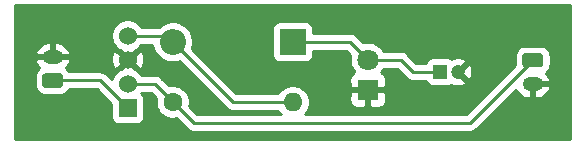
<source format=gbr>
G04 #@! TF.GenerationSoftware,KiCad,Pcbnew,(5.1.5)-3*
G04 #@! TF.CreationDate,2020-06-09T23:44:10+01:00*
G04 #@! TF.ProjectId,gardenlight,67617264-656e-46c6-9967-68742e6b6963,1.0.1*
G04 #@! TF.SameCoordinates,Original*
G04 #@! TF.FileFunction,Copper,L1,Top*
G04 #@! TF.FilePolarity,Positive*
%FSLAX46Y46*%
G04 Gerber Fmt 4.6, Leading zero omitted, Abs format (unit mm)*
G04 Created by KiCad (PCBNEW (5.1.5)-3) date 2020-06-09 23:44:10*
%MOMM*%
%LPD*%
G04 APERTURE LIST*
%ADD10O,1.750000X1.200000*%
%ADD11C,0.150000*%
%ADD12R,1.200000X1.200000*%
%ADD13C,1.200000*%
%ADD14R,2.200000X2.200000*%
%ADD15O,2.200000X2.200000*%
%ADD16R,1.800000X1.800000*%
%ADD17C,1.800000*%
%ADD18C,1.600000*%
%ADD19O,1.600000X1.600000*%
%ADD20R,1.524000X1.524000*%
%ADD21C,1.524000*%
%ADD22C,0.254000*%
G04 APERTURE END LIST*
D10*
X140970000Y-87376000D03*
G04 #@! TA.AperFunction,ComponentPad*
D11*
G36*
X141619505Y-84777204D02*
G01*
X141643773Y-84780804D01*
X141667572Y-84786765D01*
X141690671Y-84795030D01*
X141712850Y-84805520D01*
X141733893Y-84818132D01*
X141753599Y-84832747D01*
X141771777Y-84849223D01*
X141788253Y-84867401D01*
X141802868Y-84887107D01*
X141815480Y-84908150D01*
X141825970Y-84930329D01*
X141834235Y-84953428D01*
X141840196Y-84977227D01*
X141843796Y-85001495D01*
X141845000Y-85025999D01*
X141845000Y-85726001D01*
X141843796Y-85750505D01*
X141840196Y-85774773D01*
X141834235Y-85798572D01*
X141825970Y-85821671D01*
X141815480Y-85843850D01*
X141802868Y-85864893D01*
X141788253Y-85884599D01*
X141771777Y-85902777D01*
X141753599Y-85919253D01*
X141733893Y-85933868D01*
X141712850Y-85946480D01*
X141690671Y-85956970D01*
X141667572Y-85965235D01*
X141643773Y-85971196D01*
X141619505Y-85974796D01*
X141595001Y-85976000D01*
X140344999Y-85976000D01*
X140320495Y-85974796D01*
X140296227Y-85971196D01*
X140272428Y-85965235D01*
X140249329Y-85956970D01*
X140227150Y-85946480D01*
X140206107Y-85933868D01*
X140186401Y-85919253D01*
X140168223Y-85902777D01*
X140151747Y-85884599D01*
X140137132Y-85864893D01*
X140124520Y-85843850D01*
X140114030Y-85821671D01*
X140105765Y-85798572D01*
X140099804Y-85774773D01*
X140096204Y-85750505D01*
X140095000Y-85726001D01*
X140095000Y-85025999D01*
X140096204Y-85001495D01*
X140099804Y-84977227D01*
X140105765Y-84953428D01*
X140114030Y-84930329D01*
X140124520Y-84908150D01*
X140137132Y-84887107D01*
X140151747Y-84867401D01*
X140168223Y-84849223D01*
X140186401Y-84832747D01*
X140206107Y-84818132D01*
X140227150Y-84805520D01*
X140249329Y-84795030D01*
X140272428Y-84786765D01*
X140296227Y-84780804D01*
X140320495Y-84777204D01*
X140344999Y-84776000D01*
X141595001Y-84776000D01*
X141619505Y-84777204D01*
G37*
G04 #@! TD.AperFunction*
D12*
X133120000Y-86360000D03*
D13*
X134620000Y-86360000D03*
D14*
X120650000Y-83820000D03*
D15*
X110490000Y-83820000D03*
D16*
X127000000Y-87884000D03*
D17*
X127000000Y-85344000D03*
D18*
X110490000Y-88900000D03*
D19*
X120650000Y-88900000D03*
G04 #@! TA.AperFunction,ComponentPad*
D11*
G36*
X100979505Y-86491204D02*
G01*
X101003773Y-86494804D01*
X101027572Y-86500765D01*
X101050671Y-86509030D01*
X101072850Y-86519520D01*
X101093893Y-86532132D01*
X101113599Y-86546747D01*
X101131777Y-86563223D01*
X101148253Y-86581401D01*
X101162868Y-86601107D01*
X101175480Y-86622150D01*
X101185970Y-86644329D01*
X101194235Y-86667428D01*
X101200196Y-86691227D01*
X101203796Y-86715495D01*
X101205000Y-86739999D01*
X101205000Y-87440001D01*
X101203796Y-87464505D01*
X101200196Y-87488773D01*
X101194235Y-87512572D01*
X101185970Y-87535671D01*
X101175480Y-87557850D01*
X101162868Y-87578893D01*
X101148253Y-87598599D01*
X101131777Y-87616777D01*
X101113599Y-87633253D01*
X101093893Y-87647868D01*
X101072850Y-87660480D01*
X101050671Y-87670970D01*
X101027572Y-87679235D01*
X101003773Y-87685196D01*
X100979505Y-87688796D01*
X100955001Y-87690000D01*
X99704999Y-87690000D01*
X99680495Y-87688796D01*
X99656227Y-87685196D01*
X99632428Y-87679235D01*
X99609329Y-87670970D01*
X99587150Y-87660480D01*
X99566107Y-87647868D01*
X99546401Y-87633253D01*
X99528223Y-87616777D01*
X99511747Y-87598599D01*
X99497132Y-87578893D01*
X99484520Y-87557850D01*
X99474030Y-87535671D01*
X99465765Y-87512572D01*
X99459804Y-87488773D01*
X99456204Y-87464505D01*
X99455000Y-87440001D01*
X99455000Y-86739999D01*
X99456204Y-86715495D01*
X99459804Y-86691227D01*
X99465765Y-86667428D01*
X99474030Y-86644329D01*
X99484520Y-86622150D01*
X99497132Y-86601107D01*
X99511747Y-86581401D01*
X99528223Y-86563223D01*
X99546401Y-86546747D01*
X99566107Y-86532132D01*
X99587150Y-86519520D01*
X99609329Y-86509030D01*
X99632428Y-86500765D01*
X99656227Y-86494804D01*
X99680495Y-86491204D01*
X99704999Y-86490000D01*
X100955001Y-86490000D01*
X100979505Y-86491204D01*
G37*
G04 #@! TD.AperFunction*
D10*
X100330000Y-85090000D03*
D20*
X106680000Y-89408000D03*
D21*
X106680000Y-87376000D03*
X106680000Y-85344000D03*
X106680000Y-83312000D03*
D22*
X108966000Y-87376000D02*
X110490000Y-88900000D01*
X106680000Y-87376000D02*
X108966000Y-87376000D01*
X111289999Y-89699999D02*
X110490000Y-88900000D01*
X110490000Y-88900000D02*
X112268000Y-90678000D01*
X135668000Y-90678000D02*
X140970000Y-85376000D01*
X112268000Y-90678000D02*
X135668000Y-90678000D01*
X125476000Y-83820000D02*
X127000000Y-85344000D01*
X120650000Y-83820000D02*
X125476000Y-83820000D01*
X127000000Y-85344000D02*
X129794000Y-85344000D01*
X130810000Y-86360000D02*
X133120000Y-86360000D01*
X129794000Y-85344000D02*
X130810000Y-86360000D01*
X109982000Y-83312000D02*
X110490000Y-83820000D01*
X106680000Y-83312000D02*
X109982000Y-83312000D01*
X115570000Y-88900000D02*
X110490000Y-83820000D01*
X120650000Y-88900000D02*
X115570000Y-88900000D01*
X104362000Y-87090000D02*
X106680000Y-89408000D01*
X100330000Y-87090000D02*
X104362000Y-87090000D01*
G36*
X144120001Y-92050000D02*
G01*
X97180000Y-92050000D01*
X97180000Y-86739999D01*
X98816928Y-86739999D01*
X98816928Y-87440001D01*
X98833992Y-87613255D01*
X98884528Y-87779851D01*
X98966595Y-87933387D01*
X99077038Y-88067962D01*
X99211613Y-88178405D01*
X99365149Y-88260472D01*
X99531745Y-88311008D01*
X99704999Y-88328072D01*
X100955001Y-88328072D01*
X101128255Y-88311008D01*
X101294851Y-88260472D01*
X101448387Y-88178405D01*
X101582962Y-88067962D01*
X101693405Y-87933387D01*
X101736907Y-87852000D01*
X104046370Y-87852000D01*
X105279928Y-89085559D01*
X105279928Y-90170000D01*
X105292188Y-90294482D01*
X105328498Y-90414180D01*
X105387463Y-90524494D01*
X105466815Y-90621185D01*
X105563506Y-90700537D01*
X105673820Y-90759502D01*
X105793518Y-90795812D01*
X105918000Y-90808072D01*
X107442000Y-90808072D01*
X107566482Y-90795812D01*
X107686180Y-90759502D01*
X107796494Y-90700537D01*
X107893185Y-90621185D01*
X107972537Y-90524494D01*
X108031502Y-90414180D01*
X108067812Y-90294482D01*
X108080072Y-90170000D01*
X108080072Y-88646000D01*
X108067812Y-88521518D01*
X108031502Y-88401820D01*
X107972537Y-88291506D01*
X107893185Y-88194815D01*
X107841425Y-88152337D01*
X107851005Y-88138000D01*
X108650370Y-88138000D01*
X109090843Y-88578473D01*
X109055000Y-88758665D01*
X109055000Y-89041335D01*
X109110147Y-89318574D01*
X109218320Y-89579727D01*
X109375363Y-89814759D01*
X109575241Y-90014637D01*
X109810273Y-90171680D01*
X110071426Y-90279853D01*
X110348665Y-90335000D01*
X110631335Y-90335000D01*
X110811527Y-90299157D01*
X111702716Y-91190346D01*
X111726578Y-91219422D01*
X111800219Y-91279857D01*
X111842607Y-91314645D01*
X111913364Y-91352465D01*
X111974985Y-91385402D01*
X112118622Y-91428974D01*
X112230574Y-91440000D01*
X112230577Y-91440000D01*
X112268000Y-91443686D01*
X112305423Y-91440000D01*
X135630577Y-91440000D01*
X135668000Y-91443686D01*
X135705423Y-91440000D01*
X135705426Y-91440000D01*
X135817378Y-91428974D01*
X135961015Y-91385402D01*
X136093392Y-91314645D01*
X136209422Y-91219422D01*
X136233284Y-91190346D01*
X139559691Y-87863940D01*
X139597579Y-87956533D01*
X139731922Y-88159474D01*
X139903275Y-88332307D01*
X140105054Y-88468390D01*
X140329504Y-88562493D01*
X140568000Y-88611000D01*
X140843000Y-88611000D01*
X140843000Y-87503000D01*
X141097000Y-87503000D01*
X141097000Y-88611000D01*
X141372000Y-88611000D01*
X141610496Y-88562493D01*
X141834946Y-88468390D01*
X142036725Y-88332307D01*
X142208078Y-88159474D01*
X142342421Y-87956533D01*
X142434591Y-87731282D01*
X142438462Y-87693609D01*
X142313731Y-87503000D01*
X141097000Y-87503000D01*
X140843000Y-87503000D01*
X140823000Y-87503000D01*
X140823000Y-87249000D01*
X140843000Y-87249000D01*
X140843000Y-87229000D01*
X141097000Y-87229000D01*
X141097000Y-87249000D01*
X142313731Y-87249000D01*
X142438462Y-87058391D01*
X142434591Y-87020718D01*
X142342421Y-86795467D01*
X142208078Y-86592526D01*
X142083594Y-86466967D01*
X142088387Y-86464405D01*
X142222962Y-86353962D01*
X142333405Y-86219387D01*
X142415472Y-86065851D01*
X142466008Y-85899255D01*
X142483072Y-85726001D01*
X142483072Y-85025999D01*
X142466008Y-84852745D01*
X142415472Y-84686149D01*
X142333405Y-84532613D01*
X142222962Y-84398038D01*
X142088387Y-84287595D01*
X141934851Y-84205528D01*
X141768255Y-84154992D01*
X141595001Y-84137928D01*
X140344999Y-84137928D01*
X140171745Y-84154992D01*
X140005149Y-84205528D01*
X139851613Y-84287595D01*
X139717038Y-84398038D01*
X139606595Y-84532613D01*
X139524528Y-84686149D01*
X139473992Y-84852745D01*
X139456928Y-85025999D01*
X139456928Y-85726001D01*
X139464589Y-85803781D01*
X135352370Y-89916000D01*
X121663396Y-89916000D01*
X121764637Y-89814759D01*
X121921680Y-89579727D01*
X122029853Y-89318574D01*
X122085000Y-89041335D01*
X122085000Y-88784000D01*
X125461928Y-88784000D01*
X125474188Y-88908482D01*
X125510498Y-89028180D01*
X125569463Y-89138494D01*
X125648815Y-89235185D01*
X125745506Y-89314537D01*
X125855820Y-89373502D01*
X125975518Y-89409812D01*
X126100000Y-89422072D01*
X126714250Y-89419000D01*
X126873000Y-89260250D01*
X126873000Y-88011000D01*
X127127000Y-88011000D01*
X127127000Y-89260250D01*
X127285750Y-89419000D01*
X127900000Y-89422072D01*
X128024482Y-89409812D01*
X128144180Y-89373502D01*
X128254494Y-89314537D01*
X128351185Y-89235185D01*
X128430537Y-89138494D01*
X128489502Y-89028180D01*
X128525812Y-88908482D01*
X128538072Y-88784000D01*
X128535000Y-88169750D01*
X128376250Y-88011000D01*
X127127000Y-88011000D01*
X126873000Y-88011000D01*
X125623750Y-88011000D01*
X125465000Y-88169750D01*
X125461928Y-88784000D01*
X122085000Y-88784000D01*
X122085000Y-88758665D01*
X122029853Y-88481426D01*
X121921680Y-88220273D01*
X121764637Y-87985241D01*
X121564759Y-87785363D01*
X121329727Y-87628320D01*
X121068574Y-87520147D01*
X120791335Y-87465000D01*
X120508665Y-87465000D01*
X120231426Y-87520147D01*
X119970273Y-87628320D01*
X119735241Y-87785363D01*
X119535363Y-87985241D01*
X119433293Y-88138000D01*
X115885631Y-88138000D01*
X112133542Y-84385912D01*
X112158325Y-84326081D01*
X112225000Y-83990883D01*
X112225000Y-83649117D01*
X112158325Y-83313919D01*
X112027537Y-82998169D01*
X111841671Y-82720000D01*
X118911928Y-82720000D01*
X118911928Y-84920000D01*
X118924188Y-85044482D01*
X118960498Y-85164180D01*
X119019463Y-85274494D01*
X119098815Y-85371185D01*
X119195506Y-85450537D01*
X119305820Y-85509502D01*
X119425518Y-85545812D01*
X119550000Y-85558072D01*
X121750000Y-85558072D01*
X121874482Y-85545812D01*
X121994180Y-85509502D01*
X122104494Y-85450537D01*
X122201185Y-85371185D01*
X122280537Y-85274494D01*
X122339502Y-85164180D01*
X122375812Y-85044482D01*
X122388072Y-84920000D01*
X122388072Y-84582000D01*
X125160370Y-84582000D01*
X125515799Y-84937430D01*
X125465000Y-85192816D01*
X125465000Y-85495184D01*
X125523989Y-85791743D01*
X125639701Y-86071095D01*
X125807688Y-86322505D01*
X125874127Y-86388944D01*
X125855820Y-86394498D01*
X125745506Y-86453463D01*
X125648815Y-86532815D01*
X125569463Y-86629506D01*
X125510498Y-86739820D01*
X125474188Y-86859518D01*
X125461928Y-86984000D01*
X125465000Y-87598250D01*
X125623750Y-87757000D01*
X126873000Y-87757000D01*
X126873000Y-87737000D01*
X127127000Y-87737000D01*
X127127000Y-87757000D01*
X128376250Y-87757000D01*
X128535000Y-87598250D01*
X128538072Y-86984000D01*
X128525812Y-86859518D01*
X128489502Y-86739820D01*
X128430537Y-86629506D01*
X128351185Y-86532815D01*
X128254494Y-86453463D01*
X128144180Y-86394498D01*
X128125873Y-86388944D01*
X128192312Y-86322505D01*
X128336976Y-86106000D01*
X129478370Y-86106000D01*
X130244721Y-86872351D01*
X130268578Y-86901422D01*
X130297648Y-86925279D01*
X130384607Y-86996645D01*
X130429645Y-87020718D01*
X130516985Y-87067402D01*
X130660622Y-87110974D01*
X130772574Y-87122000D01*
X130772577Y-87122000D01*
X130810000Y-87125686D01*
X130847423Y-87122000D01*
X131905569Y-87122000D01*
X131930498Y-87204180D01*
X131989463Y-87314494D01*
X132068815Y-87411185D01*
X132165506Y-87490537D01*
X132275820Y-87549502D01*
X132395518Y-87585812D01*
X132520000Y-87598072D01*
X133720000Y-87598072D01*
X133844482Y-87585812D01*
X133964180Y-87549502D01*
X134074494Y-87490537D01*
X134091681Y-87476432D01*
X134218516Y-87534237D01*
X134455313Y-87590000D01*
X134698438Y-87598495D01*
X134938549Y-87559395D01*
X135166418Y-87474202D01*
X135242852Y-87433348D01*
X135290159Y-87209764D01*
X134620000Y-86539605D01*
X134605858Y-86553748D01*
X134426253Y-86374143D01*
X134440395Y-86360000D01*
X134799605Y-86360000D01*
X135469764Y-87030159D01*
X135693348Y-86982852D01*
X135794237Y-86761484D01*
X135850000Y-86524687D01*
X135858495Y-86281562D01*
X135819395Y-86041451D01*
X135734202Y-85813582D01*
X135693348Y-85737148D01*
X135469764Y-85689841D01*
X134799605Y-86360000D01*
X134440395Y-86360000D01*
X134426253Y-86345858D01*
X134605858Y-86166253D01*
X134620000Y-86180395D01*
X135290159Y-85510236D01*
X135242852Y-85286652D01*
X135021484Y-85185763D01*
X134784687Y-85130000D01*
X134541562Y-85121505D01*
X134301451Y-85160605D01*
X134087883Y-85240451D01*
X134074494Y-85229463D01*
X133964180Y-85170498D01*
X133844482Y-85134188D01*
X133720000Y-85121928D01*
X132520000Y-85121928D01*
X132395518Y-85134188D01*
X132275820Y-85170498D01*
X132165506Y-85229463D01*
X132068815Y-85308815D01*
X131989463Y-85405506D01*
X131930498Y-85515820D01*
X131905569Y-85598000D01*
X131125631Y-85598000D01*
X130359284Y-84831654D01*
X130335422Y-84802578D01*
X130219392Y-84707355D01*
X130087015Y-84636598D01*
X129943378Y-84593026D01*
X129831426Y-84582000D01*
X129831423Y-84582000D01*
X129794000Y-84578314D01*
X129756577Y-84582000D01*
X128336976Y-84582000D01*
X128192312Y-84365495D01*
X127978505Y-84151688D01*
X127727095Y-83983701D01*
X127447743Y-83867989D01*
X127151184Y-83809000D01*
X126848816Y-83809000D01*
X126593430Y-83859799D01*
X126041284Y-83307654D01*
X126017422Y-83278578D01*
X125901392Y-83183355D01*
X125769015Y-83112598D01*
X125625378Y-83069026D01*
X125513426Y-83058000D01*
X125513423Y-83058000D01*
X125476000Y-83054314D01*
X125438577Y-83058000D01*
X122388072Y-83058000D01*
X122388072Y-82720000D01*
X122375812Y-82595518D01*
X122339502Y-82475820D01*
X122280537Y-82365506D01*
X122201185Y-82268815D01*
X122104494Y-82189463D01*
X121994180Y-82130498D01*
X121874482Y-82094188D01*
X121750000Y-82081928D01*
X119550000Y-82081928D01*
X119425518Y-82094188D01*
X119305820Y-82130498D01*
X119195506Y-82189463D01*
X119098815Y-82268815D01*
X119019463Y-82365506D01*
X118960498Y-82475820D01*
X118924188Y-82595518D01*
X118911928Y-82720000D01*
X111841671Y-82720000D01*
X111837663Y-82714002D01*
X111595998Y-82472337D01*
X111311831Y-82282463D01*
X110996081Y-82151675D01*
X110660883Y-82085000D01*
X110319117Y-82085000D01*
X109983919Y-82151675D01*
X109668169Y-82282463D01*
X109384002Y-82472337D01*
X109306339Y-82550000D01*
X107851005Y-82550000D01*
X107765120Y-82421465D01*
X107570535Y-82226880D01*
X107341727Y-82073995D01*
X107087490Y-81968686D01*
X106817592Y-81915000D01*
X106542408Y-81915000D01*
X106272510Y-81968686D01*
X106018273Y-82073995D01*
X105789465Y-82226880D01*
X105594880Y-82421465D01*
X105441995Y-82650273D01*
X105336686Y-82904510D01*
X105283000Y-83174408D01*
X105283000Y-83449592D01*
X105336686Y-83719490D01*
X105441995Y-83973727D01*
X105594880Y-84202535D01*
X105789465Y-84397120D01*
X106018273Y-84550005D01*
X106099083Y-84583478D01*
X106680000Y-85164395D01*
X107260917Y-84583478D01*
X107341727Y-84550005D01*
X107570535Y-84397120D01*
X107765120Y-84202535D01*
X107851005Y-84074000D01*
X108771533Y-84074000D01*
X108821675Y-84326081D01*
X108952463Y-84641831D01*
X109142337Y-84925998D01*
X109384002Y-85167663D01*
X109668169Y-85357537D01*
X109983919Y-85488325D01*
X110319117Y-85555000D01*
X110660883Y-85555000D01*
X110996081Y-85488325D01*
X111055912Y-85463542D01*
X115004720Y-89412351D01*
X115028578Y-89441422D01*
X115057648Y-89465279D01*
X115144607Y-89536645D01*
X115215364Y-89574465D01*
X115276985Y-89607402D01*
X115420622Y-89650974D01*
X115532574Y-89662000D01*
X115532577Y-89662000D01*
X115570000Y-89665686D01*
X115607423Y-89662000D01*
X119433293Y-89662000D01*
X119535363Y-89814759D01*
X119636604Y-89916000D01*
X112583630Y-89916000D01*
X111889157Y-89221527D01*
X111925000Y-89041335D01*
X111925000Y-88758665D01*
X111869853Y-88481426D01*
X111761680Y-88220273D01*
X111604637Y-87985241D01*
X111404759Y-87785363D01*
X111169727Y-87628320D01*
X110908574Y-87520147D01*
X110631335Y-87465000D01*
X110348665Y-87465000D01*
X110168473Y-87500843D01*
X109531284Y-86863654D01*
X109507422Y-86834578D01*
X109391392Y-86739355D01*
X109259015Y-86668598D01*
X109115378Y-86625026D01*
X109003426Y-86614000D01*
X109003423Y-86614000D01*
X108966000Y-86610314D01*
X108928577Y-86614000D01*
X107851005Y-86614000D01*
X107765120Y-86485465D01*
X107570535Y-86290880D01*
X107341727Y-86137995D01*
X107260917Y-86104522D01*
X106680000Y-85523605D01*
X106099083Y-86104522D01*
X106018273Y-86137995D01*
X105789465Y-86290880D01*
X105594880Y-86485465D01*
X105441995Y-86714273D01*
X105336686Y-86968510D01*
X105333609Y-86983979D01*
X104927284Y-86577654D01*
X104903422Y-86548578D01*
X104787392Y-86453355D01*
X104655015Y-86382598D01*
X104511378Y-86339026D01*
X104399426Y-86328000D01*
X104399423Y-86328000D01*
X104362000Y-86324314D01*
X104324577Y-86328000D01*
X101736907Y-86328000D01*
X101693405Y-86246613D01*
X101582962Y-86112038D01*
X101448387Y-86001595D01*
X101443594Y-85999033D01*
X101568078Y-85873474D01*
X101702421Y-85670533D01*
X101794591Y-85445282D01*
X101797598Y-85416017D01*
X105278090Y-85416017D01*
X105319078Y-85688133D01*
X105412364Y-85947023D01*
X105474344Y-86062980D01*
X105714435Y-86129960D01*
X106500395Y-85344000D01*
X106859605Y-85344000D01*
X107645565Y-86129960D01*
X107885656Y-86062980D01*
X108002756Y-85813952D01*
X108069023Y-85546865D01*
X108081910Y-85271983D01*
X108040922Y-84999867D01*
X107947636Y-84740977D01*
X107885656Y-84625020D01*
X107645565Y-84558040D01*
X106859605Y-85344000D01*
X106500395Y-85344000D01*
X105714435Y-84558040D01*
X105474344Y-84625020D01*
X105357244Y-84874048D01*
X105290977Y-85141135D01*
X105278090Y-85416017D01*
X101797598Y-85416017D01*
X101798462Y-85407609D01*
X101673731Y-85217000D01*
X100457000Y-85217000D01*
X100457000Y-85237000D01*
X100203000Y-85237000D01*
X100203000Y-85217000D01*
X98986269Y-85217000D01*
X98861538Y-85407609D01*
X98865409Y-85445282D01*
X98957579Y-85670533D01*
X99091922Y-85873474D01*
X99216406Y-85999033D01*
X99211613Y-86001595D01*
X99077038Y-86112038D01*
X98966595Y-86246613D01*
X98884528Y-86400149D01*
X98833992Y-86566745D01*
X98816928Y-86739999D01*
X97180000Y-86739999D01*
X97180000Y-84772391D01*
X98861538Y-84772391D01*
X98986269Y-84963000D01*
X100203000Y-84963000D01*
X100203000Y-83855000D01*
X100457000Y-83855000D01*
X100457000Y-84963000D01*
X101673731Y-84963000D01*
X101798462Y-84772391D01*
X101794591Y-84734718D01*
X101702421Y-84509467D01*
X101568078Y-84306526D01*
X101396725Y-84133693D01*
X101194946Y-83997610D01*
X100970496Y-83903507D01*
X100732000Y-83855000D01*
X100457000Y-83855000D01*
X100203000Y-83855000D01*
X99928000Y-83855000D01*
X99689504Y-83903507D01*
X99465054Y-83997610D01*
X99263275Y-84133693D01*
X99091922Y-84306526D01*
X98957579Y-84509467D01*
X98865409Y-84734718D01*
X98861538Y-84772391D01*
X97180000Y-84772391D01*
X97180000Y-80670000D01*
X144120000Y-80670000D01*
X144120001Y-92050000D01*
G37*
X144120001Y-92050000D02*
X97180000Y-92050000D01*
X97180000Y-86739999D01*
X98816928Y-86739999D01*
X98816928Y-87440001D01*
X98833992Y-87613255D01*
X98884528Y-87779851D01*
X98966595Y-87933387D01*
X99077038Y-88067962D01*
X99211613Y-88178405D01*
X99365149Y-88260472D01*
X99531745Y-88311008D01*
X99704999Y-88328072D01*
X100955001Y-88328072D01*
X101128255Y-88311008D01*
X101294851Y-88260472D01*
X101448387Y-88178405D01*
X101582962Y-88067962D01*
X101693405Y-87933387D01*
X101736907Y-87852000D01*
X104046370Y-87852000D01*
X105279928Y-89085559D01*
X105279928Y-90170000D01*
X105292188Y-90294482D01*
X105328498Y-90414180D01*
X105387463Y-90524494D01*
X105466815Y-90621185D01*
X105563506Y-90700537D01*
X105673820Y-90759502D01*
X105793518Y-90795812D01*
X105918000Y-90808072D01*
X107442000Y-90808072D01*
X107566482Y-90795812D01*
X107686180Y-90759502D01*
X107796494Y-90700537D01*
X107893185Y-90621185D01*
X107972537Y-90524494D01*
X108031502Y-90414180D01*
X108067812Y-90294482D01*
X108080072Y-90170000D01*
X108080072Y-88646000D01*
X108067812Y-88521518D01*
X108031502Y-88401820D01*
X107972537Y-88291506D01*
X107893185Y-88194815D01*
X107841425Y-88152337D01*
X107851005Y-88138000D01*
X108650370Y-88138000D01*
X109090843Y-88578473D01*
X109055000Y-88758665D01*
X109055000Y-89041335D01*
X109110147Y-89318574D01*
X109218320Y-89579727D01*
X109375363Y-89814759D01*
X109575241Y-90014637D01*
X109810273Y-90171680D01*
X110071426Y-90279853D01*
X110348665Y-90335000D01*
X110631335Y-90335000D01*
X110811527Y-90299157D01*
X111702716Y-91190346D01*
X111726578Y-91219422D01*
X111800219Y-91279857D01*
X111842607Y-91314645D01*
X111913364Y-91352465D01*
X111974985Y-91385402D01*
X112118622Y-91428974D01*
X112230574Y-91440000D01*
X112230577Y-91440000D01*
X112268000Y-91443686D01*
X112305423Y-91440000D01*
X135630577Y-91440000D01*
X135668000Y-91443686D01*
X135705423Y-91440000D01*
X135705426Y-91440000D01*
X135817378Y-91428974D01*
X135961015Y-91385402D01*
X136093392Y-91314645D01*
X136209422Y-91219422D01*
X136233284Y-91190346D01*
X139559691Y-87863940D01*
X139597579Y-87956533D01*
X139731922Y-88159474D01*
X139903275Y-88332307D01*
X140105054Y-88468390D01*
X140329504Y-88562493D01*
X140568000Y-88611000D01*
X140843000Y-88611000D01*
X140843000Y-87503000D01*
X141097000Y-87503000D01*
X141097000Y-88611000D01*
X141372000Y-88611000D01*
X141610496Y-88562493D01*
X141834946Y-88468390D01*
X142036725Y-88332307D01*
X142208078Y-88159474D01*
X142342421Y-87956533D01*
X142434591Y-87731282D01*
X142438462Y-87693609D01*
X142313731Y-87503000D01*
X141097000Y-87503000D01*
X140843000Y-87503000D01*
X140823000Y-87503000D01*
X140823000Y-87249000D01*
X140843000Y-87249000D01*
X140843000Y-87229000D01*
X141097000Y-87229000D01*
X141097000Y-87249000D01*
X142313731Y-87249000D01*
X142438462Y-87058391D01*
X142434591Y-87020718D01*
X142342421Y-86795467D01*
X142208078Y-86592526D01*
X142083594Y-86466967D01*
X142088387Y-86464405D01*
X142222962Y-86353962D01*
X142333405Y-86219387D01*
X142415472Y-86065851D01*
X142466008Y-85899255D01*
X142483072Y-85726001D01*
X142483072Y-85025999D01*
X142466008Y-84852745D01*
X142415472Y-84686149D01*
X142333405Y-84532613D01*
X142222962Y-84398038D01*
X142088387Y-84287595D01*
X141934851Y-84205528D01*
X141768255Y-84154992D01*
X141595001Y-84137928D01*
X140344999Y-84137928D01*
X140171745Y-84154992D01*
X140005149Y-84205528D01*
X139851613Y-84287595D01*
X139717038Y-84398038D01*
X139606595Y-84532613D01*
X139524528Y-84686149D01*
X139473992Y-84852745D01*
X139456928Y-85025999D01*
X139456928Y-85726001D01*
X139464589Y-85803781D01*
X135352370Y-89916000D01*
X121663396Y-89916000D01*
X121764637Y-89814759D01*
X121921680Y-89579727D01*
X122029853Y-89318574D01*
X122085000Y-89041335D01*
X122085000Y-88784000D01*
X125461928Y-88784000D01*
X125474188Y-88908482D01*
X125510498Y-89028180D01*
X125569463Y-89138494D01*
X125648815Y-89235185D01*
X125745506Y-89314537D01*
X125855820Y-89373502D01*
X125975518Y-89409812D01*
X126100000Y-89422072D01*
X126714250Y-89419000D01*
X126873000Y-89260250D01*
X126873000Y-88011000D01*
X127127000Y-88011000D01*
X127127000Y-89260250D01*
X127285750Y-89419000D01*
X127900000Y-89422072D01*
X128024482Y-89409812D01*
X128144180Y-89373502D01*
X128254494Y-89314537D01*
X128351185Y-89235185D01*
X128430537Y-89138494D01*
X128489502Y-89028180D01*
X128525812Y-88908482D01*
X128538072Y-88784000D01*
X128535000Y-88169750D01*
X128376250Y-88011000D01*
X127127000Y-88011000D01*
X126873000Y-88011000D01*
X125623750Y-88011000D01*
X125465000Y-88169750D01*
X125461928Y-88784000D01*
X122085000Y-88784000D01*
X122085000Y-88758665D01*
X122029853Y-88481426D01*
X121921680Y-88220273D01*
X121764637Y-87985241D01*
X121564759Y-87785363D01*
X121329727Y-87628320D01*
X121068574Y-87520147D01*
X120791335Y-87465000D01*
X120508665Y-87465000D01*
X120231426Y-87520147D01*
X119970273Y-87628320D01*
X119735241Y-87785363D01*
X119535363Y-87985241D01*
X119433293Y-88138000D01*
X115885631Y-88138000D01*
X112133542Y-84385912D01*
X112158325Y-84326081D01*
X112225000Y-83990883D01*
X112225000Y-83649117D01*
X112158325Y-83313919D01*
X112027537Y-82998169D01*
X111841671Y-82720000D01*
X118911928Y-82720000D01*
X118911928Y-84920000D01*
X118924188Y-85044482D01*
X118960498Y-85164180D01*
X119019463Y-85274494D01*
X119098815Y-85371185D01*
X119195506Y-85450537D01*
X119305820Y-85509502D01*
X119425518Y-85545812D01*
X119550000Y-85558072D01*
X121750000Y-85558072D01*
X121874482Y-85545812D01*
X121994180Y-85509502D01*
X122104494Y-85450537D01*
X122201185Y-85371185D01*
X122280537Y-85274494D01*
X122339502Y-85164180D01*
X122375812Y-85044482D01*
X122388072Y-84920000D01*
X122388072Y-84582000D01*
X125160370Y-84582000D01*
X125515799Y-84937430D01*
X125465000Y-85192816D01*
X125465000Y-85495184D01*
X125523989Y-85791743D01*
X125639701Y-86071095D01*
X125807688Y-86322505D01*
X125874127Y-86388944D01*
X125855820Y-86394498D01*
X125745506Y-86453463D01*
X125648815Y-86532815D01*
X125569463Y-86629506D01*
X125510498Y-86739820D01*
X125474188Y-86859518D01*
X125461928Y-86984000D01*
X125465000Y-87598250D01*
X125623750Y-87757000D01*
X126873000Y-87757000D01*
X126873000Y-87737000D01*
X127127000Y-87737000D01*
X127127000Y-87757000D01*
X128376250Y-87757000D01*
X128535000Y-87598250D01*
X128538072Y-86984000D01*
X128525812Y-86859518D01*
X128489502Y-86739820D01*
X128430537Y-86629506D01*
X128351185Y-86532815D01*
X128254494Y-86453463D01*
X128144180Y-86394498D01*
X128125873Y-86388944D01*
X128192312Y-86322505D01*
X128336976Y-86106000D01*
X129478370Y-86106000D01*
X130244721Y-86872351D01*
X130268578Y-86901422D01*
X130297648Y-86925279D01*
X130384607Y-86996645D01*
X130429645Y-87020718D01*
X130516985Y-87067402D01*
X130660622Y-87110974D01*
X130772574Y-87122000D01*
X130772577Y-87122000D01*
X130810000Y-87125686D01*
X130847423Y-87122000D01*
X131905569Y-87122000D01*
X131930498Y-87204180D01*
X131989463Y-87314494D01*
X132068815Y-87411185D01*
X132165506Y-87490537D01*
X132275820Y-87549502D01*
X132395518Y-87585812D01*
X132520000Y-87598072D01*
X133720000Y-87598072D01*
X133844482Y-87585812D01*
X133964180Y-87549502D01*
X134074494Y-87490537D01*
X134091681Y-87476432D01*
X134218516Y-87534237D01*
X134455313Y-87590000D01*
X134698438Y-87598495D01*
X134938549Y-87559395D01*
X135166418Y-87474202D01*
X135242852Y-87433348D01*
X135290159Y-87209764D01*
X134620000Y-86539605D01*
X134605858Y-86553748D01*
X134426253Y-86374143D01*
X134440395Y-86360000D01*
X134799605Y-86360000D01*
X135469764Y-87030159D01*
X135693348Y-86982852D01*
X135794237Y-86761484D01*
X135850000Y-86524687D01*
X135858495Y-86281562D01*
X135819395Y-86041451D01*
X135734202Y-85813582D01*
X135693348Y-85737148D01*
X135469764Y-85689841D01*
X134799605Y-86360000D01*
X134440395Y-86360000D01*
X134426253Y-86345858D01*
X134605858Y-86166253D01*
X134620000Y-86180395D01*
X135290159Y-85510236D01*
X135242852Y-85286652D01*
X135021484Y-85185763D01*
X134784687Y-85130000D01*
X134541562Y-85121505D01*
X134301451Y-85160605D01*
X134087883Y-85240451D01*
X134074494Y-85229463D01*
X133964180Y-85170498D01*
X133844482Y-85134188D01*
X133720000Y-85121928D01*
X132520000Y-85121928D01*
X132395518Y-85134188D01*
X132275820Y-85170498D01*
X132165506Y-85229463D01*
X132068815Y-85308815D01*
X131989463Y-85405506D01*
X131930498Y-85515820D01*
X131905569Y-85598000D01*
X131125631Y-85598000D01*
X130359284Y-84831654D01*
X130335422Y-84802578D01*
X130219392Y-84707355D01*
X130087015Y-84636598D01*
X129943378Y-84593026D01*
X129831426Y-84582000D01*
X129831423Y-84582000D01*
X129794000Y-84578314D01*
X129756577Y-84582000D01*
X128336976Y-84582000D01*
X128192312Y-84365495D01*
X127978505Y-84151688D01*
X127727095Y-83983701D01*
X127447743Y-83867989D01*
X127151184Y-83809000D01*
X126848816Y-83809000D01*
X126593430Y-83859799D01*
X126041284Y-83307654D01*
X126017422Y-83278578D01*
X125901392Y-83183355D01*
X125769015Y-83112598D01*
X125625378Y-83069026D01*
X125513426Y-83058000D01*
X125513423Y-83058000D01*
X125476000Y-83054314D01*
X125438577Y-83058000D01*
X122388072Y-83058000D01*
X122388072Y-82720000D01*
X122375812Y-82595518D01*
X122339502Y-82475820D01*
X122280537Y-82365506D01*
X122201185Y-82268815D01*
X122104494Y-82189463D01*
X121994180Y-82130498D01*
X121874482Y-82094188D01*
X121750000Y-82081928D01*
X119550000Y-82081928D01*
X119425518Y-82094188D01*
X119305820Y-82130498D01*
X119195506Y-82189463D01*
X119098815Y-82268815D01*
X119019463Y-82365506D01*
X118960498Y-82475820D01*
X118924188Y-82595518D01*
X118911928Y-82720000D01*
X111841671Y-82720000D01*
X111837663Y-82714002D01*
X111595998Y-82472337D01*
X111311831Y-82282463D01*
X110996081Y-82151675D01*
X110660883Y-82085000D01*
X110319117Y-82085000D01*
X109983919Y-82151675D01*
X109668169Y-82282463D01*
X109384002Y-82472337D01*
X109306339Y-82550000D01*
X107851005Y-82550000D01*
X107765120Y-82421465D01*
X107570535Y-82226880D01*
X107341727Y-82073995D01*
X107087490Y-81968686D01*
X106817592Y-81915000D01*
X106542408Y-81915000D01*
X106272510Y-81968686D01*
X106018273Y-82073995D01*
X105789465Y-82226880D01*
X105594880Y-82421465D01*
X105441995Y-82650273D01*
X105336686Y-82904510D01*
X105283000Y-83174408D01*
X105283000Y-83449592D01*
X105336686Y-83719490D01*
X105441995Y-83973727D01*
X105594880Y-84202535D01*
X105789465Y-84397120D01*
X106018273Y-84550005D01*
X106099083Y-84583478D01*
X106680000Y-85164395D01*
X107260917Y-84583478D01*
X107341727Y-84550005D01*
X107570535Y-84397120D01*
X107765120Y-84202535D01*
X107851005Y-84074000D01*
X108771533Y-84074000D01*
X108821675Y-84326081D01*
X108952463Y-84641831D01*
X109142337Y-84925998D01*
X109384002Y-85167663D01*
X109668169Y-85357537D01*
X109983919Y-85488325D01*
X110319117Y-85555000D01*
X110660883Y-85555000D01*
X110996081Y-85488325D01*
X111055912Y-85463542D01*
X115004720Y-89412351D01*
X115028578Y-89441422D01*
X115057648Y-89465279D01*
X115144607Y-89536645D01*
X115215364Y-89574465D01*
X115276985Y-89607402D01*
X115420622Y-89650974D01*
X115532574Y-89662000D01*
X115532577Y-89662000D01*
X115570000Y-89665686D01*
X115607423Y-89662000D01*
X119433293Y-89662000D01*
X119535363Y-89814759D01*
X119636604Y-89916000D01*
X112583630Y-89916000D01*
X111889157Y-89221527D01*
X111925000Y-89041335D01*
X111925000Y-88758665D01*
X111869853Y-88481426D01*
X111761680Y-88220273D01*
X111604637Y-87985241D01*
X111404759Y-87785363D01*
X111169727Y-87628320D01*
X110908574Y-87520147D01*
X110631335Y-87465000D01*
X110348665Y-87465000D01*
X110168473Y-87500843D01*
X109531284Y-86863654D01*
X109507422Y-86834578D01*
X109391392Y-86739355D01*
X109259015Y-86668598D01*
X109115378Y-86625026D01*
X109003426Y-86614000D01*
X109003423Y-86614000D01*
X108966000Y-86610314D01*
X108928577Y-86614000D01*
X107851005Y-86614000D01*
X107765120Y-86485465D01*
X107570535Y-86290880D01*
X107341727Y-86137995D01*
X107260917Y-86104522D01*
X106680000Y-85523605D01*
X106099083Y-86104522D01*
X106018273Y-86137995D01*
X105789465Y-86290880D01*
X105594880Y-86485465D01*
X105441995Y-86714273D01*
X105336686Y-86968510D01*
X105333609Y-86983979D01*
X104927284Y-86577654D01*
X104903422Y-86548578D01*
X104787392Y-86453355D01*
X104655015Y-86382598D01*
X104511378Y-86339026D01*
X104399426Y-86328000D01*
X104399423Y-86328000D01*
X104362000Y-86324314D01*
X104324577Y-86328000D01*
X101736907Y-86328000D01*
X101693405Y-86246613D01*
X101582962Y-86112038D01*
X101448387Y-86001595D01*
X101443594Y-85999033D01*
X101568078Y-85873474D01*
X101702421Y-85670533D01*
X101794591Y-85445282D01*
X101797598Y-85416017D01*
X105278090Y-85416017D01*
X105319078Y-85688133D01*
X105412364Y-85947023D01*
X105474344Y-86062980D01*
X105714435Y-86129960D01*
X106500395Y-85344000D01*
X106859605Y-85344000D01*
X107645565Y-86129960D01*
X107885656Y-86062980D01*
X108002756Y-85813952D01*
X108069023Y-85546865D01*
X108081910Y-85271983D01*
X108040922Y-84999867D01*
X107947636Y-84740977D01*
X107885656Y-84625020D01*
X107645565Y-84558040D01*
X106859605Y-85344000D01*
X106500395Y-85344000D01*
X105714435Y-84558040D01*
X105474344Y-84625020D01*
X105357244Y-84874048D01*
X105290977Y-85141135D01*
X105278090Y-85416017D01*
X101797598Y-85416017D01*
X101798462Y-85407609D01*
X101673731Y-85217000D01*
X100457000Y-85217000D01*
X100457000Y-85237000D01*
X100203000Y-85237000D01*
X100203000Y-85217000D01*
X98986269Y-85217000D01*
X98861538Y-85407609D01*
X98865409Y-85445282D01*
X98957579Y-85670533D01*
X99091922Y-85873474D01*
X99216406Y-85999033D01*
X99211613Y-86001595D01*
X99077038Y-86112038D01*
X98966595Y-86246613D01*
X98884528Y-86400149D01*
X98833992Y-86566745D01*
X98816928Y-86739999D01*
X97180000Y-86739999D01*
X97180000Y-84772391D01*
X98861538Y-84772391D01*
X98986269Y-84963000D01*
X100203000Y-84963000D01*
X100203000Y-83855000D01*
X100457000Y-83855000D01*
X100457000Y-84963000D01*
X101673731Y-84963000D01*
X101798462Y-84772391D01*
X101794591Y-84734718D01*
X101702421Y-84509467D01*
X101568078Y-84306526D01*
X101396725Y-84133693D01*
X101194946Y-83997610D01*
X100970496Y-83903507D01*
X100732000Y-83855000D01*
X100457000Y-83855000D01*
X100203000Y-83855000D01*
X99928000Y-83855000D01*
X99689504Y-83903507D01*
X99465054Y-83997610D01*
X99263275Y-84133693D01*
X99091922Y-84306526D01*
X98957579Y-84509467D01*
X98865409Y-84734718D01*
X98861538Y-84772391D01*
X97180000Y-84772391D01*
X97180000Y-80670000D01*
X144120000Y-80670000D01*
X144120001Y-92050000D01*
M02*

</source>
